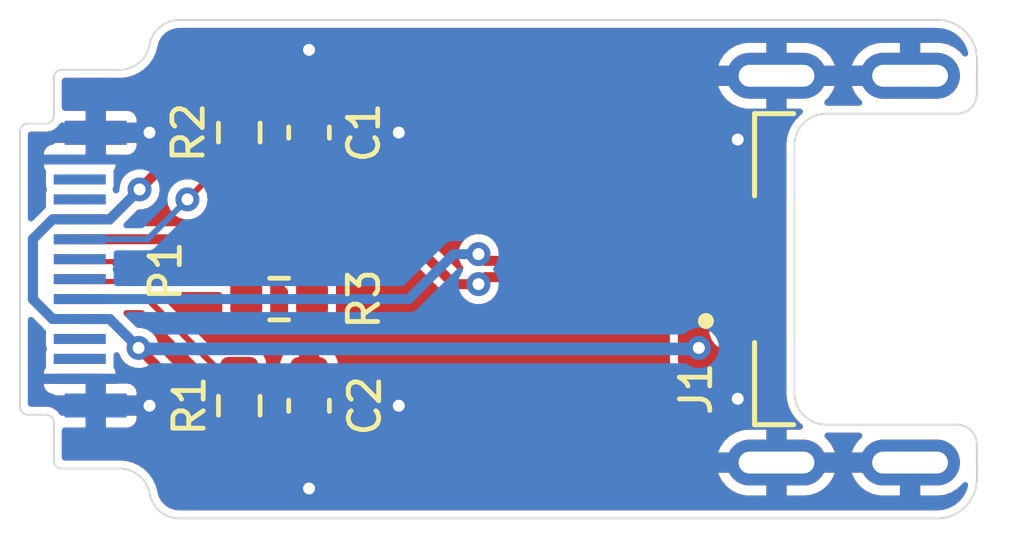
<source format=kicad_pcb>
(kicad_pcb (version 20211014) (generator pcbnew)
  (title_block (rev "1"))
  (layers (0 "F.Cu" signal "Front") (31 "B.Cu" signal "Back") (34 "B.Paste" user) (35 "F.Paste" user) (36 "B.SilkS" user "B.Silkscreen") (37 "F.SilkS" user "F.Silkscreen") (38 "B.Mask" user) (39 "F.Mask" user) (44 "Edge.Cuts" user))
  (net 0 "")
  (net 1 "GND")
  (net 2 "VBUS")
  (net 3 "/USB_CC1")
  (net 4 "Net-(P1-PadA6)")
  (net 5 "Net-(P1-PadA7)")
  (net 6 "/DBG_D-")
  (net 7 "/USB_CC2")
  (net 8 "/DBG_D+")
  (footprint "11-My-Edits:Micro-USB_Xunpu-MU-109-ARY-C720609_AndVariants" (layer "F.Cu") (at 158.9725 96.25 90)
    (fp_text reference "J1" (at -3 -2.02 90) (layer "F.SilkS") (effects (font (size 0.762 0.762) (thickness 0.12))))
    (fp_text value "UFP")
    (fp_line (start 3.9 -0.55) (end 3.9 0.43) (layer "F.SilkS") (width 0.127))
    (fp_line (start 1.84 -0.55) (end 3.9 -0.55) (layer "F.SilkS") (width 0.127))
    (fp_line (start -3.9 -0.55) (end -1.84 -0.55) (layer "F.SilkS") (width 0.127))
    (fp_line (start -3.9 -0.55) (end -3.9 0.43) (layer "F.SilkS") (width 0.127))
    (fp_circle (center -1.3 -1.77) (end -1.2 -1.77) (layer "F.SilkS") (width 0.2) (fill none))
    (fp_line (start -3.9 4.525) (end -3.9 1.25) (layer "Edge.Cuts") (width 0.05))
    (fp_line (start 3.9 1.25) (end 3.9 4.525) (layer "Edge.Cuts") (width 0.05))
    (fp_line (start -3.1 0.45) (end 3.1 0.45) (layer "Edge.Cuts") (width 0.05))
    (fp_arc (start -3.9 1.25) (mid -3.665685 0.684315) (end -3.1 0.45) (layer "Edge.Cuts") (width 0.05))
    (fp_arc (start -3.9 4.525) (mid -4.046447 4.878553) (end -4.4 5.025) (layer "Edge.Cuts") (width 0.05))
    (fp_arc (start 3.1 0.45) (mid 3.665685 0.684315) (end 3.9 1.25) (layer "Edge.Cuts") (width 0.05))
    (fp_arc (start 4.4 5.025) (mid 4.046447 4.878553) (end 3.9 4.525) (layer "Edge.Cuts") (width 0.05))
    (pad "1" smd rect (at -1.3 -0.55 90) (size 0.45 1.25) (layers "F.Cu" "F.Paste" "F.Mask") (net 2 "VBUS"))
    (pad "2" smd rect (at -0.65 -0.55 90) (size 0.45 1.25) (layers "F.Cu" "F.Paste" "F.Mask") (net 6 "/DBG_D-"))
    (pad "3" smd rect (at 0 -0.55 90) (size 0.45 1.25) (layers "F.Cu" "F.Paste" "F.Mask") (net 8 "/DBG_D+"))
    (pad "4" smd rect (at 0.65 -0.55 90) (size 0.45 1.25) (layers "F.Cu" "F.Paste" "F.Mask"))
    (pad "5" smd rect (at 1.3 -0.55 90) (size 0.45 1.25) (layers "F.Cu" "F.Paste" "F.Mask") (net 1 "GND"))
    (pad "6" thru_hole oval (at 4.85 0 90) (size 1.15 2.5) (drill oval 0.55 1.9) (layers *.Cu *.Mask) (net 1 "GND"))
    (pad "6" thru_hole oval (at 4.85 3.35 90) (size 1.15 2.5) (drill oval 0.55 1.9) (layers *.Cu *.Mask) (net 1 "GND"))
    (pad "6" thru_hole oval (at -4.85 0 90) (size 1.15 2.5) (drill oval 0.55 1.9) (layers *.Cu *.Mask) (net 1 "GND"))
    (pad "6" thru_hole oval (at -4.85 3.35 90) (size 1.15 2.5) (drill oval 0.55 1.9) (layers *.Cu *.Mask) (net 1 "GND"))
  )
  (footprint "Resistor_SMD:R_0603_1608Metric" (layer "F.Cu") (at 146.5 97)
    (fp_text reference "R3" (at 2.125 0 90 unlocked) (layer "F.SilkS") (effects (font (size 0.762 0.762) (thickness 0.12))))
    (fp_text value "200R")
    (fp_line (start -0.237258 -0.5225) (end 0.237258 -0.5225) (layer "F.SilkS") (width 0.12))
    (fp_line (start -0.237258 0.5225) (end 0.237258 0.5225) (layer "F.SilkS") (width 0.12))
    (pad "1" smd roundrect (at -0.825 0) (size 0.8 0.95) (layers "F.Cu" "F.Paste" "F.Mask") (net 4 "Net-(P1-PadA6)"))
    (pad "2" smd roundrect (at 0.825 0) (size 0.8 0.95) (layers "F.Cu" "F.Paste" "F.Mask") (net 5 "Net-(P1-PadA7)"))
  )
  (footprint "Capacitor_SMD:C_0603_1608Metric" (layer "F.Cu") (at 147.25 92.825 -90)
    (fp_text reference "C1" (at 0 -1.375 -270 unlocked) (layer "F.SilkS") (effects (font (size 0.762 0.762) (thickness 0.12))))
    (fp_text value "10u")
    (fp_line (start -0.14058 -0.51) (end 0.14058 -0.51) (layer "F.SilkS") (width 0.12))
    (fp_line (start -0.14058 0.51) (end 0.14058 0.51) (layer "F.SilkS") (width 0.12))
    (pad "1" smd roundrect (at -0.775 0 270) (size 0.9 0.95) (layers "F.Cu" "F.Paste" "F.Mask") (net 2 "VBUS"))
    (pad "2" smd roundrect (at 0.775 0 270) (size 0.9 0.95) (layers "F.Cu" "F.Paste" "F.Mask") (net 1 "GND"))
  )
  (footprint "Resistor_SMD:R_0603_1608Metric" (layer "F.Cu") (at 145.5 92.825 -90)
    (fp_text reference "R2" (at 0 1.275 90 unlocked) (layer "F.SilkS") (effects (font (size 0.762 0.762) (thickness 0.12))))
    (fp_text value "56k")
    (fp_line (start -0.237258 -0.5225) (end 0.237258 -0.5225) (layer "F.SilkS") (width 0.12))
    (fp_line (start -0.237258 0.5225) (end 0.237258 0.5225) (layer "F.SilkS") (width 0.12))
    (pad "1" smd roundrect (at -0.825 0 270) (size 0.8 0.95) (layers "F.Cu" "F.Paste" "F.Mask") (net 2 "VBUS"))
    (pad "2" smd roundrect (at 0.825 0 270) (size 0.8 0.95) (layers "F.Cu" "F.Paste" "F.Mask") (net 7 "/USB_CC2"))
  )
  (footprint "Resistor_SMD:R_0603_1608Metric" (layer "F.Cu") (at 145.5 99.675 90)
    (fp_text reference "R1" (at 0 -1.25 90 unlocked) (layer "F.SilkS") (effects (font (size 0.762 0.762) (thickness 0.12))))
    (fp_text value "22k")
    (fp_line (start -0.237258 0.5225) (end 0.237258 0.5225) (layer "F.SilkS") (width 0.12))
    (fp_line (start -0.237258 -0.5225) (end 0.237258 -0.5225) (layer "F.SilkS") (width 0.12))
    (pad "1" smd roundrect (at -0.825 0 90) (size 0.8 0.95) (layers "F.Cu" "F.Paste" "F.Mask") (net 2 "VBUS"))
    (pad "2" smd roundrect (at 0.825 0 90) (size 0.8 0.95) (layers "F.Cu" "F.Paste" "F.Mask") (net 3 "/USB_CC1"))
  )
  (footprint "10-My-Footprints:USB_C_Plug_Xunpu_TYPEC-950-ARP24" (layer "F.Cu") (at 142.2 96.25 -90)
    (fp_text reference "P1" (at 0.05 -1.45 90 unlocked) (layer "F.SilkS") (effects (font (size 0.762 0.762) (thickness 0.12))))
    (fp_text value "USB-C")
    (fp_line (start 5 1.15) (end 5 -0.3) (layer "Edge.Cuts") (width 0.05))
    (fp_line (start -5 -0.3) (end -5 1.15) (layer "Edge.Cuts") (width 0.05))
    (fp_line (start 3.65 2) (end 3.65 1.55) (layer "Edge.Cuts") (width 0.05))
    (fp_line (start 3.85 1.35) (end 4.8 1.35) (layer "Edge.Cuts") (width 0.05))
    (fp_line (start -3.65 2) (end -3.65 1.55) (layer "Edge.Cuts") (width 0.05))
    (fp_line (start -3.45 2.2) (end 3.45 2.2) (layer "Edge.Cuts") (width 0.05))
    (fp_line (start -4.8 1.35) (end -3.85 1.35) (layer "Edge.Cuts") (width 0.05))
    (fp_arc (start -4.8 1.35) (mid -4.941421 1.291421) (end -5 1.15) (layer "Edge.Cuts") (width 0.05))
    (fp_arc (start 3.65 2) (mid 3.591421 2.141421) (end 3.45 2.2) (layer "Edge.Cuts") (width 0.05))
    (fp_arc (start -3.45 2.2) (mid -3.591421 2.141421) (end -3.65 2) (layer "Edge.Cuts") (width 0.05))
    (fp_arc (start 3.65 1.55) (mid 3.708579 1.408579) (end 3.85 1.35) (layer "Edge.Cuts") (width 0.05))
    (fp_arc (start -3.85 1.35) (mid -3.708579 1.408579) (end -3.65 1.55) (layer "Edge.Cuts") (width 0.05))
    (fp_arc (start 5 1.15) (mid 4.941421 1.291421) (end 4.8 1.35) (layer "Edge.Cuts") (width 0.05))
    (pad "A1" smd rect (at 2.75 0.7 270) (size 0.25 1.3) (layers "F.Cu" "F.Paste" "F.Mask") (net 1 "GND"))
    (pad "A2" smd rect (at 2.25 0.7 270) (size 0.25 1.3) (layers "F.Cu" "F.Paste" "F.Mask"))
    (pad "A3" smd rect (at 1.75 0.7 270) (size 0.25 1.3) (layers "F.Cu" "F.Paste" "F.Mask"))
    (pad "A4" smd rect (at 1.25 0.7 270) (size 0.25 1.3) (layers "F.Cu" "F.Paste" "F.Mask") (net 2 "VBUS"))
    (pad "A5" smd rect (at 0.75 0.7 270) (size 0.25 1.3) (layers "F.Cu" "F.Paste" "F.Mask") (net 3 "/USB_CC1"))
    (pad "A6" smd rect (at 0.25 0.7 270) (size 0.25 1.3) (layers "F.Cu" "F.Paste" "F.Mask") (net 4 "Net-(P1-PadA6)"))
    (pad "A7" smd rect (at -0.25 0.7 270) (size 0.25 1.3) (layers "F.Cu" "F.Paste" "F.Mask") (net 5 "Net-(P1-PadA7)"))
    (pad "A8" smd rect (at -0.75 0.7 270) (size 0.25 1.3) (layers "F.Cu" "F.Paste" "F.Mask") (net 6 "/DBG_D-"))
    (pad "A9" smd rect (at -1.25 0.7 270) (size 0.25 1.3) (layers "F.Cu" "F.Paste" "F.Mask") (net 2 "VBUS"))
    (pad "A10" smd rect (at -1.75 0.7 270) (size 0.25 1.3) (layers "F.Cu" "F.Paste" "F.Mask"))
    (pad "A11" smd rect (at -2.25 0.7 270) (size 0.25 1.3) (layers "F.Cu" "F.Paste" "F.Mask"))
    (pad "A12" smd rect (at -2.75 0.7 270) (size 0.25 1.3) (layers "F.Cu" "F.Paste" "F.Mask") (net 1 "GND"))
    (pad "B1" smd rect (at -2.75 0.7 270) (size 0.25 1.3) (layers "B.Cu" "B.Paste" "B.Mask") (net 1 "GND"))
    (pad "B2" smd rect (at -2.25 0.7 270) (size 0.25 1.3) (layers "B.Cu" "B.Paste" "B.Mask"))
    (pad "B3" smd rect (at -1.75 0.7 270) (size 0.25 1.3) (layers "B.Cu" "B.Paste" "B.Mask"))
    (pad "B4" smd rect (at -1.25 0.7 270) (size 0.25 1.3) (layers "B.Cu" "B.Paste" "B.Mask") (net 2 "VBUS"))
    (pad "B5" smd rect (at -0.75 0.7 270) (size 0.25 1.3) (layers "B.Cu" "B.Paste" "B.Mask") (net 7 "/USB_CC2"))
    (pad "B6" smd rect (at -0.25 0.7 270) (size 0.25 1.3) (layers "B.Cu" "B.Paste" "B.Mask"))
    (pad "B7" smd rect (at 0.25 0.7 270) (size 0.25 1.3) (layers "B.Cu" "B.Paste" "B.Mask"))
    (pad "B8" smd rect (at 0.75 0.7 270) (size 0.25 1.3) (layers "B.Cu" "B.Paste" "B.Mask") (net 8 "/DBG_D+"))
    (pad "B9" smd rect (at 1.25 0.7 270) (size 0.25 1.3) (layers "B.Cu" "B.Paste" "B.Mask") (net 2 "VBUS"))
    (pad "B10" smd rect (at 1.75 0.7 270) (size 0.25 1.3) (layers "B.Cu" "B.Paste" "B.Mask"))
    (pad "B11" smd rect (at 2.25 0.7 270) (size 0.25 1.3) (layers "B.Cu" "B.Paste" "B.Mask"))
    (pad "B12" smd rect (at 2.75 0.7 270) (size 0.25 1.3) (layers "B.Cu" "B.Paste" "B.Mask") (net 1 "GND"))
    (pad "S1" smd rect (at -3.42 0.3 270) (size 0.6 1.55) (layers "B.Cu" "B.Paste" "B.Mask") (net 1 "GND"))
    (pad "S1" smd rect (at -3.42 0.3 270) (size 0.6 1.55) (layers "F.Cu" "F.Paste" "F.Mask") (net 1 "GND"))
    (pad "S1" smd rect (at 3.42 0.3 270) (size 0.6 1.55) (layers "B.Cu" "B.Paste" "B.Mask") (net 1 "GND"))
    (pad "S1" smd rect (at 3.42 0.3 270) (size 0.6 1.55) (layers "F.Cu" "F.Paste" "F.Mask") (net 1 "GND"))
  )
  (footprint "Capacitor_SMD:C_0603_1608Metric" (layer "F.Cu") (at 147.25 99.675 -90)
    (fp_text reference "C2" (at 0 -1.4 90 unlocked) (layer "F.SilkS") (effects (font (size 0.762 0.762) (thickness 0.12))))
    (fp_text value "10u")
    (fp_line (start -0.14058 -0.51) (end 0.14058 -0.51) (layer "F.SilkS") (width 0.12))
    (fp_line (start -0.14058 0.51) (end 0.14058 0.51) (layer "F.SilkS") (width 0.12))
    (pad "1" smd roundrect (at -0.775 0 270) (size 0.9 0.95) (layers "F.Cu" "F.Paste" "F.Mask") (net 1 "GND"))
    (pad "2" smd roundrect (at 0.775 0 270) (size 0.9 0.95) (layers "F.Cu" "F.Paste" "F.Mask") (net 2 "VBUS"))
  )
  (gr_arc (start 144 102.5) (mid 143.511859 102.323269) (end 143.25 101.875) (layer "Edge.Cuts") (width 0.05))
  (gr_line (start 144 90) (end 163 90) (layer "Edge.Cuts") (width 0.05))
  (gr_line (start 164 91) (end 163.9975 91.85) (layer "Edge.Cuts") (width 0.05))
  (gr_line (start 163.9975 100.65) (end 164 101.5) (layer "Edge.Cuts") (width 0.05))
  (gr_line (start 144 102.5) (end 163 102.5) (layer "Edge.Cuts") (width 0.05))
  (gr_arc (start 143.25 90.625) (mid 142.988141 91.073269) (end 142.5 91.25) (layer "Edge.Cuts") (width 0.05))
  (gr_arc (start 143.25 90.625) (mid 143.511859 90.176731) (end 144 90) (layer "Edge.Cuts") (width 0.05))
  (gr_arc (start 142.5 101.25) (mid 142.988141 101.426731) (end 143.25 101.875) (layer "Edge.Cuts") (width 0.05))
  (gr_arc (start 163 90) (mid 163.707107 90.292893) (end 164 91) (layer "Edge.Cuts") (width 0.05))
  (gr_arc (start 164 101.5) (mid 163.707107 102.207107) (end 163 102.5) (layer "Edge.Cuts") (width 0.05))
  (via (at 147.25 101.75) (size 0.6) (drill 0.3) (layers "F.Cu" "B.Cu") (net 1))
  (via (at 158 93) (size 0.6) (drill 0.3) (layers "F.Cu" "B.Cu") (net 1))
  (via (at 147.25 90.75) (size 0.6) (drill 0.3) (layers "F.Cu" "B.Cu") (net 1))
  (via (at 143.25 99.675) (size 0.6) (drill 0.3) (layers "F.Cu" "B.Cu") (net 1))
  (via (at 149.5 92.825) (size 0.6) (drill 0.3) (layers "F.Cu" "B.Cu") (net 1))
  (via (at 143.25 92.825) (size 0.6) (drill 0.3) (layers "F.Cu" "B.Cu") (net 1))
  (via (at 158 99.5) (size 0.6) (drill 0.3) (layers "F.Cu" "B.Cu") (net 1))
  (via (at 149.5 99.675) (size 0.6) (drill 0.3) (layers "F.Cu" "B.Cu") (net 1))
  (segment (start 142.25 95) (end 141.5 95) (width 0.25) (layer "F.Cu") (net 2))
  (segment (start 140.819578 95) (end 140.325 95.494578) (width 0.25) (layer "F.Cu") (net 2))
  (segment (start 143 94.25) (end 145.25 92) (width 0.25) (layer "F.Cu") (net 2))
  (segment (start 142.25 97.5) (end 141.5 97.5) (width 0.25) (layer "F.Cu") (net 2))
  (segment (start 142.975 98.225) (end 142.25 97.5) (width 0.25) (layer "F.Cu") (net 2))
  (segment (start 145.25 92) (end 145.5 92) (width 0.2) (layer "F.Cu") (net 2))
  (segment (start 141.5 95) (end 140.819578 95) (width 0.25) (layer "F.Cu") (net 2))
  (segment (start 143 94.25) (end 142.25 95) (width 0.25) (layer "F.Cu") (net 2))
  (segment (start 140.325 95.494578) (end 140.325 97.005422) (width 0.25) (layer "F.Cu") (net 2))
  (segment (start 140.325 97.005422) (end 140.819578 97.5) (width 0.25) (layer "F.Cu") (net 2))
  (segment (start 145.55 100.45) (end 145.5 100.5) (width 0.25) (layer "F.Cu") (net 2))
  (segment (start 147.25 92.05) (end 145.55 92.05) (width 0.25) (layer "F.Cu") (net 2))
  (segment (start 145.55 92.05) (end 145.5 92) (width 0.25) (layer "F.Cu") (net 2))
  (segment (start 140.819578 97.5) (end 141.5 97.5) (width 0.25) (layer "F.Cu") (net 2))
  (segment (start 142.975 98.225) (end 145.25 100.5) (width 0.25) (layer "F.Cu") (net 2))
  (segment (start 145.25 100.5) (end 145.5 100.5) (width 0.2) (layer "F.Cu") (net 2))
  (segment (start 147.25 100.45) (end 145.55 100.45) (width 0.25) (layer "F.Cu") (net 2))
  (via (at 157.025 98.225) (size 0.6) (drill 0.3) (layers "F.Cu" "B.Cu") (net 2))
  (via (at 143 94.25) (size 0.6) (drill 0.3) (layers "F.Cu" "B.Cu") (net 2))
  (via (at 142.975 98.225) (size 0.6) (drill 0.3) (layers "F.Cu" "B.Cu") (net 2))
  (segment (start 142.975 98.225) (end 143 98.25) (width 0.25) (layer "B.Cu") (net 2))
  (segment (start 140.819578 97.5) (end 141.5 97.5) (width 0.25) (layer "B.Cu") (net 2))
  (segment (start 157 98.25) (end 157.025 98.225) (width 0.25) (layer "B.Cu") (net 2))
  (segment (start 142.25 95) (end 141.5 95) (width 0.25) (layer "B.Cu") (net 2))
  (segment (start 142.975 98.225) (end 142.253511 97.503511) (width 0.25) (layer "B.Cu") (net 2))
  (segment (start 140.325 97.005422) (end 140.819578 97.5) (width 0.25) (layer "B.Cu") (net 2))
  (segment (start 143 94.25) (end 142.25 95) (width 0.25) (layer "B.Cu") (net 2))
  (segment (start 140.819578 95) (end 140.325 95.494578) (width 0.25) (layer "B.Cu") (net 2))
  (segment (start 140.325 95.494578) (end 140.325 97.005422) (width 0.25) (layer "B.Cu") (net 2))
  (segment (start 142.253511 97.503511) (end 141.503511 97.503511) (width 0.25) (layer "B.Cu") (net 2))
  (segment (start 143 98.25) (end 157 98.25) (width 0.3175) (layer "B.Cu") (net 2))
  (segment (start 141.5 95) (end 140.819578 95) (width 0.25) (layer "B.Cu") (net 2))
  (segment (start 145.125 98.925) (end 143.2 97) (width 0.1524) (layer "F.Cu") (net 3))
  (segment (start 143.2 97) (end 141.5 97) (width 0.1524) (layer "F.Cu") (net 3))
  (segment (start 145.675 97) (end 145.235 96.56) (width 0.127) (layer "F.Cu") (net 4))
  (segment (start 141.56 96.56) (end 141.5 96.5) (width 0.127) (layer "F.Cu") (net 4))
  (segment (start 145.235 96.56) (end 141.56 96.56) (width 0.127) (layer "F.Cu") (net 4))
  (segment (start 141.5 96) (end 141.56 96.06) (width 0.127) (layer "F.Cu") (net 5))
  (segment (start 146.60608 96.28108) (end 147.325 97) (width 0.127) (layer "F.Cu") (net 5))
  (segment (start 142.33 96.06) (end 142.55108 96.28108) (width 0.127) (layer "F.Cu") (net 5))
  (segment (start 142.55108 96.28108) (end 146.60608 96.28108) (width 0.127) (layer "F.Cu") (net 5))
  (segment (start 141.56 96.06) (end 142.33 96.06) (width 0.127) (layer "F.Cu") (net 5))
  (segment (start 151.5 96.625) (end 151.675 96.45) (width 0.25) (layer "F.Cu") (net 6))
  (segment (start 151.675 96.45) (end 153.74046 96.45) (width 0.25) (layer "F.Cu") (net 6))
  (segment (start 157.484999 96.9) (end 158.4225 96.9) (width 0.25) (layer "F.Cu") (net 6))
  (segment (start 150.8762 96.6262) (end 149.75 95.5) (width 0.25) (layer "F.Cu") (net 6))
  (segment (start 149.75 95.5) (end 141.5 95.5) (width 0.25) (layer "F.Cu") (net 6))
  (segment (start 154.06666 96.7762) (end 157.361199 96.7762) (width 0.25) (layer "F.Cu") (net 6))
  (segment (start 157.361199 96.7762) (end 157.484999 96.9) (width 0.25) (layer "F.Cu") (net 6))
  (segment (start 153.74046 96.45) (end 154.06666 96.7762) (width 0.25) (layer "F.Cu") (net 6))
  (segment (start 151.5 96.6262) (end 150.8762 96.6262) (width 0.25) (layer "F.Cu") (net 6))
  (via (at 151.5 96.625) (size 0.6) (drill 0.3) (layers "F.Cu" "B.Cu") (net 6))
  (segment (start 145.05 93.65) (end 144.2 94.5) (width 0.1524) (layer "F.Cu") (net 7))
  (segment (start 145.5 93.65) (end 145.05 93.65) (width 0.1524) (layer "F.Cu") (net 7))
  (via (at 144.2 94.5) (size 0.6) (drill 0.3) (layers "F.Cu" "B.Cu") (net 7))
  (segment (start 141.5 95.5) (end 143.2 95.5) (width 0.1524) (layer "B.Cu") (net 7))
  (segment (start 143.2 95.5) (end 144.2 94.5) (width 0.1524) (layer "B.Cu") (net 7))
  (segment (start 151.5 95.873097) (end 151.668784 96.041881) (width 0.25) (layer "F.Cu") (net 8))
  (segment (start 153.901421 96.041881) (end 154.23334 96.3738) (width 0.25) (layer "F.Cu") (net 8))
  (segment (start 157.484999 96.25) (end 158.4225 96.25) (width 0.25) (layer "F.Cu") (net 8))
  (segment (start 151.668784 96.041881) (end 153.901421 96.041881) (width 0.25) (layer "F.Cu") (net 8))
  (segment (start 154.23334 96.3738) (end 157.361199 96.3738) (width 0.25) (layer "F.Cu") (net 8))
  (segment (start 157.361199 96.3738) (end 157.484999 96.25) (width 0.25) (layer "F.Cu") (net 8))
  (via (at 151.5 95.873097) (size 0.6) (drill 0.3) (layers "F.Cu" "B.Cu") (net 8))
  (segment (start 141.5 97) (end 149.75 97) (width 0.25) (layer "B.Cu") (net 8))
  (segment (start 150.8762 95.8738) (end 151.5 95.8738) (width 0.25) (layer "B.Cu") (net 8))
  (segment (start 149.75 97) (end 150.8762 95.8738) (width 0.25) (layer "B.Cu") (net 8))
  (segment (start 141.545289 96.954711) (end 141.5 97) (width 0.1524) (layer "B.Cu") (net 8))
  (zone (net 1) (net_name "GND") (layers F&B.Cu) (connect_pads (clearance 0.2)) (min_thickness 0.1524) (fill yes (thermal_gap 0.25) (thermal_bridge_width 0.508))
    (polygon (pts (xy 164.5 103) (xy 139.5 103) (xy 139.5 89.5) (xy 164.5 89.5)))
  )
  (zone (net 2) (net_name "VBUS") (layer "F.Cu") (name "VBUS_IN") (priority 2) (connect_pads (clearance 0.1524)) (min_thickness 0.254) (fill yes (thermal_gap 0.508) (thermal_bridge_width 0.508) (smoothing fillet) (radius 0.2))
    (polygon (pts (xy 158.65 98.75) (xy 156.5 98.75) (xy 156.5 97.425) (xy 158.65 97.425)))
  )
)
</source>
